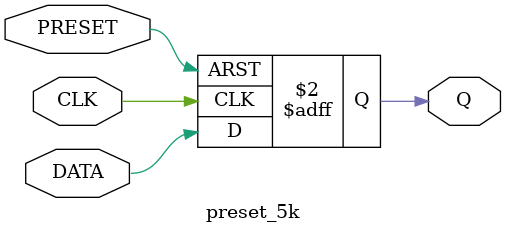
<source format=v>

module preset_5k (CLK, DATA, PRESET, Q);

input  CLK, DATA, PRESET;
output Q;

reg    Q;

    always @ (posedge CLK or posedge PRESET)
    begin: SET_FLOP
        if (PRESET)
   	  Q <= 1;
        else
          Q <= DATA;
    end 

endmodule

</source>
